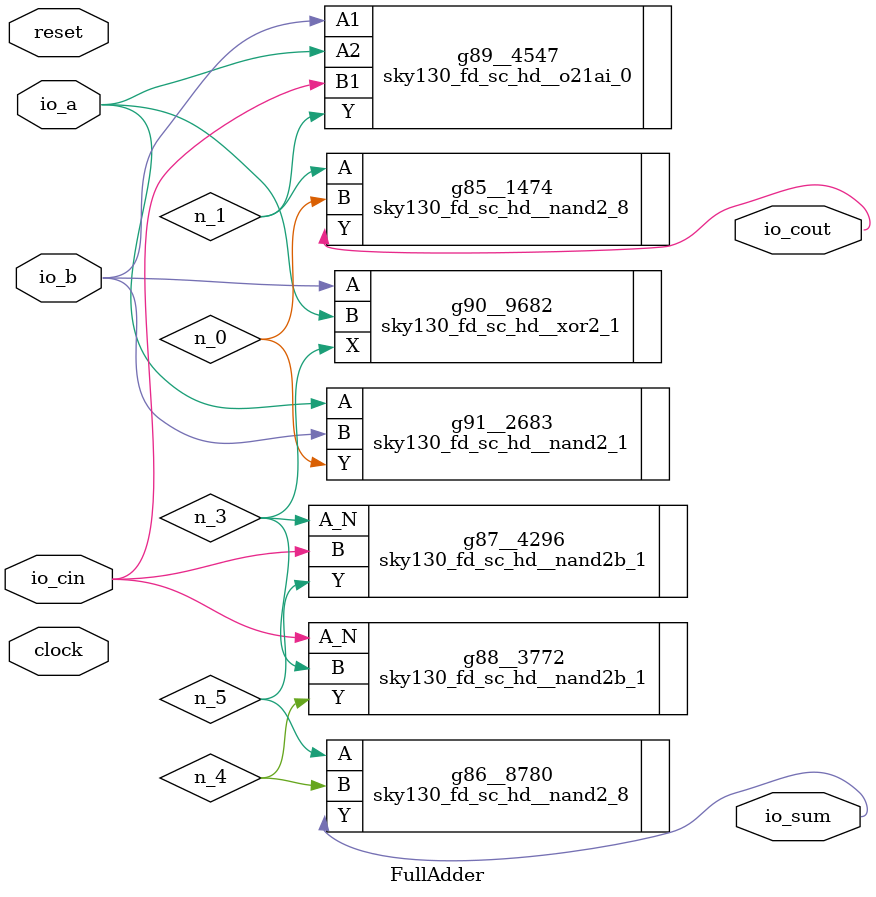
<source format=v>


// Verification Directory fv/FullAdder 

module FullAdder(clock, reset, io_a, io_b, io_cin, io_sum, io_cout);
  input clock, reset, io_a, io_b, io_cin;
  output io_sum, io_cout;
  wire clock, reset, io_a, io_b, io_cin;
  wire io_sum, io_cout;
  wire n_0, n_1, n_3, n_4, n_5;
  sky130_fd_sc_hd__nand2_8 g86__8780(.A (n_5), .B (n_4), .Y (io_sum));
  sky130_fd_sc_hd__nand2b_1 g87__4296(.A_N (n_3), .B (io_cin), .Y
       (n_5));
  sky130_fd_sc_hd__nand2b_1 g88__3772(.A_N (io_cin), .B (n_3), .Y
       (n_4));
  sky130_fd_sc_hd__nand2_8 g85__1474(.A (n_1), .B (n_0), .Y (io_cout));
  sky130_fd_sc_hd__o21ai_0 g89__4547(.A1 (io_b), .A2 (io_a), .B1
       (io_cin), .Y (n_1));
  sky130_fd_sc_hd__xor2_1 g90__9682(.A (io_b), .B (io_a), .X (n_3));
  sky130_fd_sc_hd__nand2_1 g91__2683(.A (io_a), .B (io_b), .Y (n_0));
endmodule


</source>
